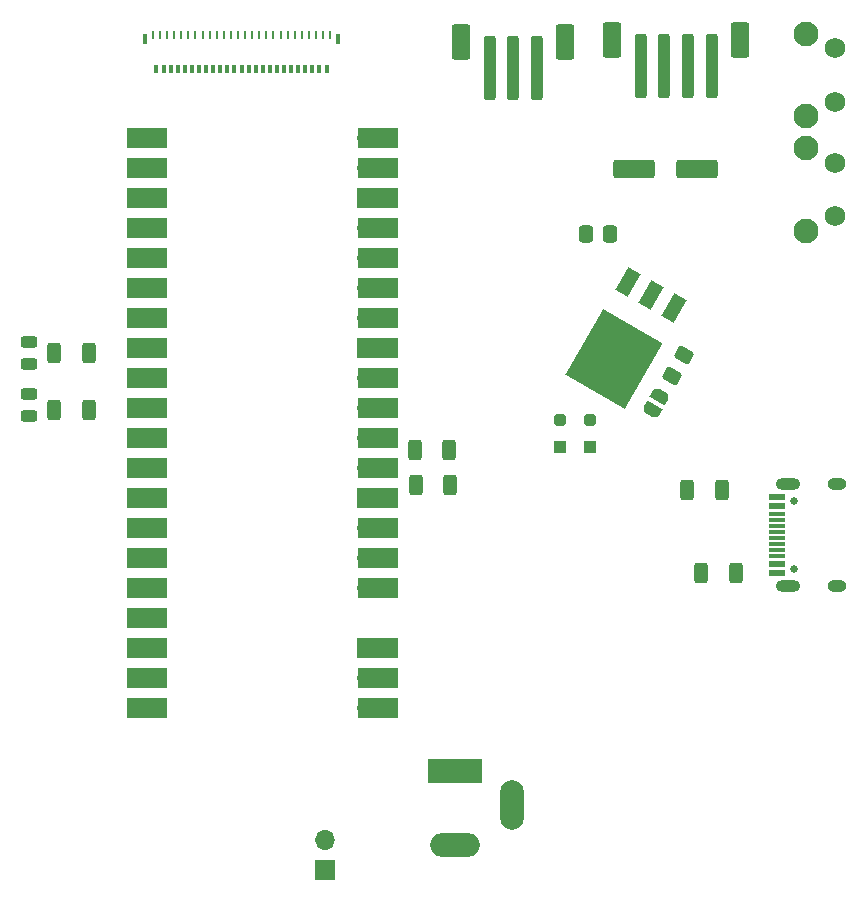
<source format=gbr>
%TF.GenerationSoftware,KiCad,Pcbnew,7.0.1*%
%TF.CreationDate,2023-06-27T14:48:06+02:00*%
%TF.ProjectId,micromirror-board-controller,6d696372-6f6d-4697-9272-6f722d626f61,rev?*%
%TF.SameCoordinates,Original*%
%TF.FileFunction,Soldermask,Top*%
%TF.FilePolarity,Negative*%
%FSLAX46Y46*%
G04 Gerber Fmt 4.6, Leading zero omitted, Abs format (unit mm)*
G04 Created by KiCad (PCBNEW 7.0.1) date 2023-06-27 14:48:06*
%MOMM*%
%LPD*%
G01*
G04 APERTURE LIST*
G04 Aperture macros list*
%AMRoundRect*
0 Rectangle with rounded corners*
0 $1 Rounding radius*
0 $2 $3 $4 $5 $6 $7 $8 $9 X,Y pos of 4 corners*
0 Add a 4 corners polygon primitive as box body*
4,1,4,$2,$3,$4,$5,$6,$7,$8,$9,$2,$3,0*
0 Add four circle primitives for the rounded corners*
1,1,$1+$1,$2,$3*
1,1,$1+$1,$4,$5*
1,1,$1+$1,$6,$7*
1,1,$1+$1,$8,$9*
0 Add four rect primitives between the rounded corners*
20,1,$1+$1,$2,$3,$4,$5,0*
20,1,$1+$1,$4,$5,$6,$7,0*
20,1,$1+$1,$6,$7,$8,$9,0*
20,1,$1+$1,$8,$9,$2,$3,0*%
%AMRotRect*
0 Rectangle, with rotation*
0 The origin of the aperture is its center*
0 $1 length*
0 $2 width*
0 $3 Rotation angle, in degrees counterclockwise*
0 Add horizontal line*
21,1,$1,$2,0,0,$3*%
%AMFreePoly0*
4,1,19,0.500000,-0.750000,0.000000,-0.750000,0.000000,-0.744911,-0.071157,-0.744911,-0.207707,-0.704816,-0.327430,-0.627875,-0.420627,-0.520320,-0.479746,-0.390866,-0.500000,-0.250000,-0.500000,0.250000,-0.479746,0.390866,-0.420627,0.520320,-0.327430,0.627875,-0.207708,0.704817,-0.071157,0.744911,0.000000,0.744911,0.000000,0.750000,0.500000,0.750000,0.500000,-0.750000,0.500000,-0.750000,
$1*%
%AMFreePoly1*
4,1,19,0.000000,0.744911,0.071157,0.744911,0.207707,0.704816,0.327430,0.627875,0.420627,0.520320,0.479746,0.390866,0.500000,0.250000,0.500000,-0.250000,0.479746,-0.390866,0.420627,-0.520320,0.327430,-0.627875,0.207708,-0.704817,0.071157,-0.744911,0.000000,-0.744911,0.000000,-0.750000,-0.500000,-0.750000,-0.500000,0.750000,0.000000,0.750000,0.000000,0.744911,0.000000,0.744911,
$1*%
G04 Aperture macros list end*
%ADD10RoundRect,0.250000X-0.250000X-0.250000X0.250000X-0.250000X0.250000X0.250000X-0.250000X0.250000X0*%
%ADD11FreePoly0,60.000000*%
%ADD12FreePoly1,60.000000*%
%ADD13RoundRect,0.250000X0.242612X-0.529784X0.580112X0.054784X-0.242612X0.529784X-0.580112X-0.054784X0*%
%ADD14RoundRect,0.250000X-0.312500X-0.625000X0.312500X-0.625000X0.312500X0.625000X-0.312500X0.625000X0*%
%ADD15R,0.260000X0.800000*%
%ADD16R,0.300000X0.650000*%
%ADD17R,0.400000X0.850000*%
%ADD18RoundRect,0.243750X-0.456250X0.243750X-0.456250X-0.243750X0.456250X-0.243750X0.456250X0.243750X0*%
%ADD19R,4.600000X2.000000*%
%ADD20O,4.200000X2.000000*%
%ADD21O,2.000000X4.200000*%
%ADD22RoundRect,0.250000X-0.250000X-2.500000X0.250000X-2.500000X0.250000X2.500000X-0.250000X2.500000X0*%
%ADD23RoundRect,0.250000X-0.550000X-1.250000X0.550000X-1.250000X0.550000X1.250000X-0.550000X1.250000X0*%
%ADD24RoundRect,0.250000X0.337500X0.475000X-0.337500X0.475000X-0.337500X-0.475000X0.337500X-0.475000X0*%
%ADD25R,1.700000X1.700000*%
%ADD26O,1.700000X1.700000*%
%ADD27RoundRect,0.243750X0.456250X-0.243750X0.456250X0.243750X-0.456250X0.243750X-0.456250X-0.243750X0*%
%ADD28RoundRect,0.250000X0.312500X0.625000X-0.312500X0.625000X-0.312500X-0.625000X0.312500X-0.625000X0*%
%ADD29C,2.100000*%
%ADD30C,1.750000*%
%ADD31R,1.000000X1.000000*%
%ADD32R,3.500000X1.700000*%
%ADD33RoundRect,0.250000X-1.500000X-0.550000X1.500000X-0.550000X1.500000X0.550000X-1.500000X0.550000X0*%
%ADD34RotRect,2.200000X1.200000X240.000000*%
%ADD35RotRect,6.400000X5.800000X240.000000*%
%ADD36C,0.650000*%
%ADD37R,1.450000X0.600000*%
%ADD38R,1.450000X0.300000*%
%ADD39O,2.100000X1.000000*%
%ADD40O,1.600000X1.000000*%
G04 APERTURE END LIST*
D10*
%TO.C,D1*%
X163000000Y-93500000D03*
X165500000Y-93500000D03*
%TD*%
D11*
%TO.C,JP1*%
X170746811Y-92582356D03*
D12*
X171396811Y-91456522D03*
%TD*%
D13*
%TO.C,C3*%
X172405474Y-89743614D03*
X173442974Y-87946612D03*
%TD*%
D14*
%TO.C,R2*%
X150675000Y-96000000D03*
X153600000Y-96000000D03*
%TD*%
D15*
%TO.C,J4*%
X143500000Y-60850000D03*
D16*
X143200000Y-63725000D03*
D15*
X142900000Y-60850000D03*
D16*
X142600000Y-63725000D03*
D15*
X142300000Y-60850000D03*
D16*
X142000000Y-63725000D03*
D15*
X141700000Y-60850000D03*
D16*
X141400000Y-63725000D03*
D15*
X141100000Y-60850000D03*
D16*
X140800000Y-63725000D03*
D15*
X140500000Y-60850000D03*
D16*
X140200000Y-63725000D03*
D15*
X139900000Y-60850000D03*
D16*
X139600000Y-63725000D03*
D15*
X139300000Y-60850000D03*
D16*
X139000000Y-63725000D03*
D15*
X138700000Y-60850000D03*
D16*
X138400000Y-63725000D03*
D15*
X138100000Y-60850000D03*
D16*
X137800000Y-63725000D03*
D15*
X137500000Y-60850000D03*
D16*
X137200000Y-63725000D03*
D15*
X136900000Y-60850000D03*
D16*
X136600000Y-63725000D03*
D15*
X136300000Y-60850000D03*
D16*
X136000000Y-63725000D03*
D15*
X135700000Y-60850000D03*
D16*
X135400000Y-63725000D03*
D15*
X135100000Y-60850000D03*
D16*
X134800000Y-63725000D03*
D15*
X134500000Y-60850000D03*
D16*
X134200000Y-63725000D03*
D15*
X133900000Y-60850000D03*
D16*
X133600000Y-63725000D03*
D15*
X133300000Y-60850000D03*
D16*
X133000000Y-63725000D03*
D15*
X132700000Y-60850000D03*
D16*
X132400000Y-63725000D03*
D15*
X132100000Y-60850000D03*
D16*
X131800000Y-63725000D03*
D15*
X131500000Y-60850000D03*
D16*
X131200000Y-63725000D03*
D15*
X130900000Y-60850000D03*
D16*
X130600000Y-63725000D03*
D15*
X130300000Y-60850000D03*
D16*
X130000000Y-63725000D03*
D15*
X129700000Y-60850000D03*
D16*
X129400000Y-63725000D03*
D15*
X129100000Y-60850000D03*
D16*
X128800000Y-63725000D03*
D15*
X128500000Y-60850000D03*
D17*
X144200000Y-61175000D03*
X127800000Y-61175000D03*
%TD*%
D18*
%TO.C,D4*%
X118000000Y-91262500D03*
X118000000Y-93137500D03*
%TD*%
D19*
%TO.C,J1*%
X154100000Y-123150000D03*
D20*
X154100000Y-129450000D03*
D21*
X158900000Y-126050000D03*
%TD*%
D22*
%TO.C,J2*%
X169800000Y-63500000D03*
X171800000Y-63500000D03*
X173800000Y-63500000D03*
X175800000Y-63500000D03*
D23*
X167400000Y-61250000D03*
X178200000Y-61250000D03*
%TD*%
D14*
%TO.C,R5*%
X174937500Y-106400000D03*
X177862500Y-106400000D03*
%TD*%
%TO.C,R6*%
X173737500Y-99400000D03*
X176662500Y-99400000D03*
%TD*%
D24*
%TO.C,C2*%
X167200000Y-77750000D03*
X165125000Y-77750000D03*
%TD*%
D25*
%TO.C,J5*%
X143035000Y-131605000D03*
D26*
X143035000Y-129065000D03*
%TD*%
D27*
%TO.C,D3*%
X118000000Y-88737500D03*
X118000000Y-86862500D03*
%TD*%
D28*
%TO.C,R4*%
X123062500Y-92600000D03*
X120137500Y-92600000D03*
%TD*%
%TO.C,R1*%
X153662500Y-99000000D03*
X150737500Y-99000000D03*
%TD*%
D29*
%TO.C,SW1*%
X183797500Y-70475000D03*
X183797500Y-77485000D03*
D30*
X186287500Y-71725000D03*
X186287500Y-76225000D03*
%TD*%
D31*
%TO.C,D2*%
X163000000Y-95750000D03*
X165500000Y-95750000D03*
%TD*%
D29*
%TO.C,SW2*%
X183760000Y-60750000D03*
X183760000Y-67760000D03*
D30*
X186250000Y-62000000D03*
X186250000Y-66500000D03*
%TD*%
D28*
%TO.C,R3*%
X123062500Y-87800000D03*
X120137500Y-87800000D03*
%TD*%
D22*
%TO.C,J3*%
X157000000Y-63700000D03*
X159000000Y-63700000D03*
X161000000Y-63700000D03*
D23*
X154600000Y-61450000D03*
X163400000Y-61450000D03*
%TD*%
D26*
%TO.C,U1*%
X146640000Y-117880000D03*
D32*
X147540000Y-117880000D03*
D26*
X146640000Y-115340000D03*
D32*
X147540000Y-115340000D03*
D25*
X146640000Y-112800000D03*
D32*
X147540000Y-112800000D03*
D26*
X146640000Y-107720000D03*
D32*
X147540000Y-107720000D03*
D26*
X146640000Y-105180000D03*
D32*
X147540000Y-105180000D03*
D26*
X146640000Y-102640000D03*
D32*
X147540000Y-102640000D03*
D25*
X146640000Y-100100000D03*
D32*
X147540000Y-100100000D03*
D26*
X146640000Y-97560000D03*
D32*
X147540000Y-97560000D03*
D26*
X146640000Y-95020000D03*
D32*
X147540000Y-95020000D03*
D26*
X146640000Y-92480000D03*
D32*
X147540000Y-92480000D03*
D26*
X146640000Y-89940000D03*
D32*
X147540000Y-89940000D03*
D25*
X146640000Y-87400000D03*
D32*
X147540000Y-87400000D03*
D26*
X146640000Y-84860000D03*
D32*
X147540000Y-84860000D03*
D26*
X146640000Y-82320000D03*
D32*
X147540000Y-82320000D03*
D26*
X146640000Y-79780000D03*
D32*
X147540000Y-79780000D03*
D26*
X146640000Y-77240000D03*
D32*
X147540000Y-77240000D03*
D25*
X146640000Y-74700000D03*
D32*
X147540000Y-74700000D03*
D26*
X146640000Y-72160000D03*
D32*
X147540000Y-72160000D03*
D26*
X146640000Y-69620000D03*
D32*
X147540000Y-69620000D03*
D26*
X128860000Y-69620000D03*
D32*
X127960000Y-69620000D03*
D26*
X128860000Y-72160000D03*
D32*
X127960000Y-72160000D03*
D25*
X128860000Y-74700000D03*
D32*
X127960000Y-74700000D03*
D26*
X128860000Y-77240000D03*
D32*
X127960000Y-77240000D03*
D26*
X128860000Y-79780000D03*
D32*
X127960000Y-79780000D03*
D26*
X128860000Y-82320000D03*
D32*
X127960000Y-82320000D03*
D26*
X128860000Y-84860000D03*
D32*
X127960000Y-84860000D03*
D25*
X128860000Y-87400000D03*
D32*
X127960000Y-87400000D03*
D26*
X128860000Y-89940000D03*
D32*
X127960000Y-89940000D03*
D26*
X128860000Y-92480000D03*
D32*
X127960000Y-92480000D03*
D26*
X128860000Y-95020000D03*
D32*
X127960000Y-95020000D03*
D26*
X128860000Y-97560000D03*
D32*
X127960000Y-97560000D03*
D25*
X128860000Y-100100000D03*
D32*
X127960000Y-100100000D03*
D26*
X128860000Y-102640000D03*
D32*
X127960000Y-102640000D03*
D26*
X128860000Y-105180000D03*
D32*
X127960000Y-105180000D03*
D26*
X128860000Y-107720000D03*
D32*
X127960000Y-107720000D03*
D26*
X128860000Y-110260000D03*
D32*
X127960000Y-110260000D03*
D25*
X128860000Y-112800000D03*
D32*
X127960000Y-112800000D03*
D26*
X128860000Y-115340000D03*
D32*
X127960000Y-115340000D03*
D26*
X128860000Y-117880000D03*
D32*
X127960000Y-117880000D03*
%TD*%
D33*
%TO.C,C1*%
X169200000Y-72200000D03*
X174600000Y-72200000D03*
%TD*%
D34*
%TO.C,U2*%
X172646349Y-84022132D03*
X170671811Y-82882132D03*
D35*
X167521811Y-88338092D03*
D34*
X168697273Y-81742132D03*
%TD*%
D36*
%TO.C,J6*%
X182800000Y-106090000D03*
X182800000Y-100310000D03*
D37*
X181355000Y-106450000D03*
X181355000Y-105650000D03*
D38*
X181355000Y-104450000D03*
X181355000Y-103450000D03*
X181355000Y-102950000D03*
X181355000Y-101950000D03*
D37*
X181355000Y-100750000D03*
X181355000Y-99950000D03*
X181355000Y-99950000D03*
X181355000Y-100750000D03*
D38*
X181355000Y-101450000D03*
X181355000Y-102450000D03*
X181355000Y-103950000D03*
X181355000Y-104950000D03*
D37*
X181355000Y-105650000D03*
X181355000Y-106450000D03*
D39*
X182270000Y-107520000D03*
D40*
X186450000Y-107520000D03*
D39*
X182270000Y-98880000D03*
D40*
X186450000Y-98880000D03*
%TD*%
M02*

</source>
